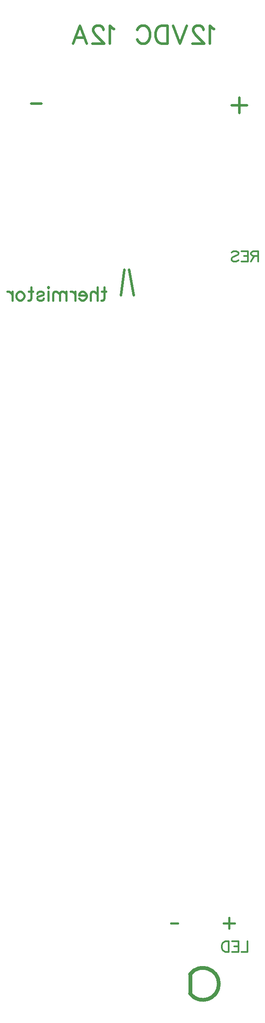
<source format=gbr>
G04 DipTrace 2.3.1.0*
%INBottomSilk_58742_ONYX_REV3.gbr*%
%MOIN*%
%ADD21C,0.03*%
%ADD22C,0.02*%
%ADD23C,0.0216*%
%ADD24C,0.0154*%
%ADD25C,0.0124*%
%FSLAX44Y44*%
G04*
G70*
G90*
G75*
G01*
%LNBotSilk*%
%LPD*%
X69958Y8711D2*
D21*
G02X69958Y7211I1000J-750D01*
G01*
Y8711D2*
Y7211D1*
X64583Y61586D2*
D22*
X64833Y63586D1*
X65583Y61586D2*
X65208Y63586D1*
X71853Y82325D2*
D23*
X71718Y82393D1*
X71517Y82593D1*
Y81188D1*
X71017Y82258D2*
Y82325D1*
X70950Y82460D1*
X70884Y82526D1*
X70749Y82593D1*
X70481D1*
X70348Y82526D1*
X70282Y82460D1*
X70214Y82325D1*
Y82192D1*
X70282Y82057D1*
X70415Y81858D1*
X71085Y81188D1*
X70147D1*
X69715Y82594D2*
X69179Y81188D1*
X68644Y82594D1*
X68212D2*
Y81188D1*
X67743D1*
X67542Y81256D1*
X67407Y81389D1*
X67340Y81523D1*
X67274Y81723D1*
Y82059D1*
X67340Y82260D1*
X67407Y82393D1*
X67542Y82528D1*
X67743Y82594D1*
X68212D1*
X65837Y82260D2*
X65904Y82393D1*
X66038Y82528D1*
X66171Y82594D1*
X66439D1*
X66574Y82528D1*
X66707Y82393D1*
X66775Y82260D1*
X66841Y82059D1*
Y81723D1*
X66775Y81523D1*
X66707Y81389D1*
X66574Y81256D1*
X66439Y81188D1*
X66171D1*
X66038Y81256D1*
X65904Y81389D1*
X65837Y81523D1*
X64044Y82325D2*
X63909Y82393D1*
X63708Y82593D1*
Y81188D1*
X63208Y82258D2*
Y82325D1*
X63141Y82460D1*
X63075Y82526D1*
X62940Y82593D1*
X62672D1*
X62539Y82526D1*
X62473Y82460D1*
X62405Y82325D1*
Y82192D1*
X62473Y82057D1*
X62606Y81858D1*
X63276Y81188D1*
X62338D1*
X60833D2*
X61370Y82594D1*
X61906Y81188D1*
X61705Y81657D2*
X61035D1*
X58357Y76515D2*
X57583D1*
X73812Y76993D2*
Y75787D1*
X74414Y76389D2*
X73208D1*
X73014Y13127D2*
D24*
Y12266D1*
X73444Y12696D2*
X72583D1*
X69011D2*
X68458D1*
X74429Y11267D2*
D25*
Y10463D1*
X73970D1*
X73226Y11267D2*
X73723D1*
Y10463D1*
X73226D1*
X73723Y10884D2*
X73417D1*
X72979Y11267D2*
Y10463D1*
X72711D1*
X72596Y10502D1*
X72519Y10578D1*
X72481Y10655D1*
X72443Y10769D1*
Y10961D1*
X72481Y11076D1*
X72519Y11152D1*
X72596Y11229D1*
X72711Y11267D1*
X72979D1*
X75256Y64634D2*
X74912D1*
X74797Y64673D1*
X74758Y64711D1*
X74720Y64787D1*
Y64864D1*
X74758Y64940D1*
X74797Y64979D1*
X74912Y65017D1*
X75256D1*
Y64213D1*
X74988Y64634D2*
X74720Y64213D1*
X73976Y65017D2*
X74473D1*
Y64213D1*
X73976D1*
X74473Y64634D2*
X74167D1*
X73193Y64902D2*
X73269Y64979D1*
X73384Y65017D1*
X73537D1*
X73652Y64979D1*
X73729Y64902D1*
Y64826D1*
X73690Y64749D1*
X73652Y64711D1*
X73576Y64673D1*
X73346Y64596D1*
X73269Y64558D1*
X73231Y64519D1*
X73193Y64443D1*
Y64328D1*
X73269Y64252D1*
X73384Y64213D1*
X73537D1*
X73652Y64252D1*
X73729Y64328D1*
X63274Y62199D2*
D24*
Y61386D1*
X63226Y61243D1*
X63130Y61194D1*
X63035D1*
X63417Y61864D2*
X63083D1*
X62726Y62199D2*
Y61194D1*
Y61673D2*
X62582Y61817D1*
X62486Y61864D1*
X62343D1*
X62248Y61817D1*
X62200Y61673D1*
Y61194D1*
X61891Y61577D2*
X61318D1*
Y61673D1*
X61365Y61769D1*
X61413Y61817D1*
X61509Y61864D1*
X61652D1*
X61748Y61817D1*
X61844Y61720D1*
X61891Y61577D1*
Y61482D1*
X61844Y61338D1*
X61748Y61243D1*
X61652Y61194D1*
X61509D1*
X61413Y61243D1*
X61318Y61338D1*
X61009Y61864D2*
Y61194D1*
Y61577D2*
X60960Y61720D1*
X60865Y61817D1*
X60769Y61864D1*
X60625D1*
X60316D2*
Y61194D1*
Y61673D2*
X60173Y61817D1*
X60077Y61864D1*
X59934D1*
X59838Y61817D1*
X59790Y61673D1*
Y61194D1*
Y61673D2*
X59647Y61817D1*
X59550Y61864D1*
X59408D1*
X59312Y61817D1*
X59263Y61673D1*
Y61194D1*
X58954Y62199D2*
X58907Y62152D1*
X58858Y62199D1*
X58907Y62248D1*
X58954Y62199D1*
X58907Y61864D2*
Y61194D1*
X58023Y61720D2*
X58071Y61817D1*
X58214Y61864D1*
X58358D1*
X58502Y61817D1*
X58549Y61720D1*
X58502Y61625D1*
X58406Y61577D1*
X58167Y61529D1*
X58071Y61482D1*
X58023Y61386D1*
Y61338D1*
X58071Y61243D1*
X58214Y61194D1*
X58358D1*
X58502Y61243D1*
X58549Y61338D1*
X57571Y62199D2*
Y61386D1*
X57523Y61243D1*
X57427Y61194D1*
X57332D1*
X57714Y61864D2*
X57379D1*
X56784D2*
X56879Y61817D1*
X56975Y61720D1*
X57023Y61577D1*
Y61482D1*
X56975Y61338D1*
X56879Y61243D1*
X56784Y61194D1*
X56641D1*
X56544Y61243D1*
X56449Y61338D1*
X56401Y61482D1*
Y61577D1*
X56449Y61720D1*
X56544Y61817D1*
X56641Y61864D1*
X56784D1*
X56092D2*
Y61194D1*
Y61577D2*
X56043Y61720D1*
X55948Y61817D1*
X55852Y61864D1*
X55708D1*
M02*

</source>
